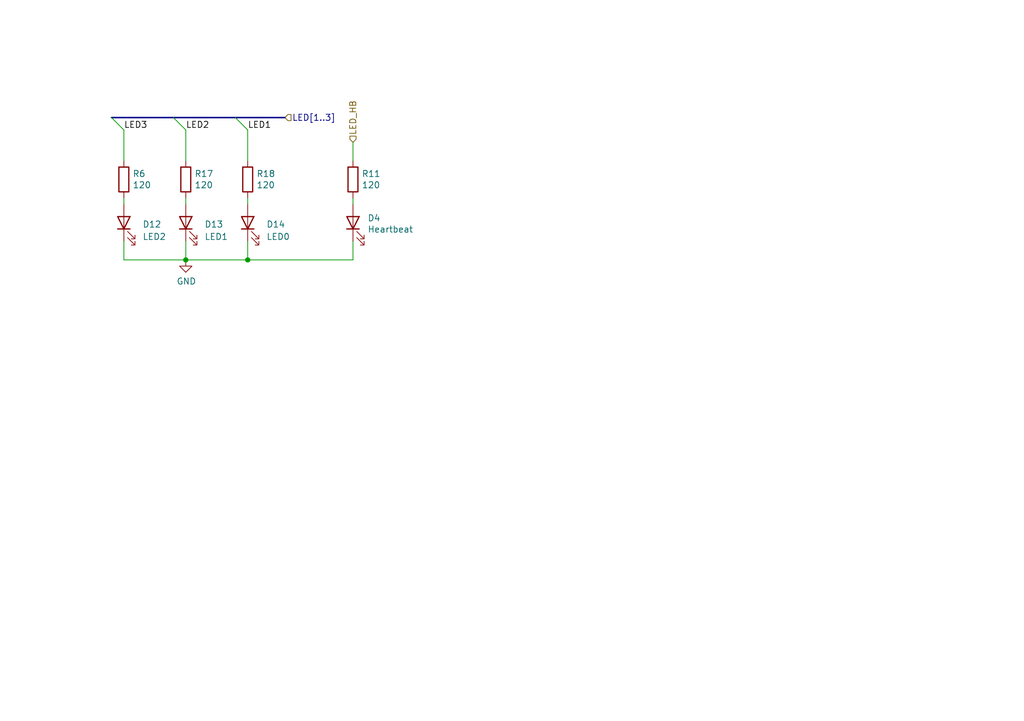
<source format=kicad_sch>
(kicad_sch (version 20250114) (generator "eeschema") (generator_version "9.0")
  (paper "A5")
  (title_block (title "LEDs"))
  (lib_symbols
    (symbol "Device:LED" (pin_numbers (hide yes)) (pin_names (offset 1.016) (hide yes))
      (property "Reference" "D" (at 0 2.54 0))
      (property "Value" "LED" (at 0 -2.54 0))
      (symbol "LED_0_1"
        (polyline (pts (xy -3.048 -0.762) (xy -4.572 -2.286) (xy -3.81 -2.286) (xy -4.572 -2.286) (xy -4.572 -1.524)))
        (polyline (pts (xy -1.778 -0.762) (xy -3.302 -2.286) (xy -2.54 -2.286) (xy -3.302 -2.286) (xy -3.302 -1.524)))
        (polyline (pts (xy -1.27 0) (xy 1.27 0)))
        (polyline (pts (xy -1.27 -1.27) (xy -1.27 1.27)) (stroke (width 0.254)))
        (polyline (pts (xy 1.27 -1.27) (xy 1.27 1.27) (xy -1.27 0) (xy 1.27 -1.27)) (stroke (width 0.254)))
      )
      (symbol "LED_1_1"
        (pin passive line (at -3.81 0 0) (length 2.54) (name "K") (number "1"))
        (pin passive line (at 3.81 0 180) (length 2.54) (name "A") (number "2"))
      )
    )
    (symbol "Device:R" (pin_numbers (hide yes)) (pin_names (offset 0))
      (property "Reference" "R" (at 2.032 0 90))
      (property "Value" "R" (at 0 0 90))
      (symbol "R_0_1"
        (rectangle (start -1.016 -2.54) (end 1.016 2.54) (stroke (width 0.254)))
      )
      (symbol "R_1_1"
        (pin passive line (at 0 3.81 270) (length 1.27) (name "~") (number "1"))
        (pin passive line (at 0 -3.81 90) (length 1.27) (name "~") (number "2"))
      )
    )
    (symbol "LED_1" (pin_numbers (hide yes)) (pin_names (offset 1.016) (hide yes))
      (property "Reference" "D" (at 0 2.54 0))
      (property "Value" "LED" (at 0 -2.54 0))
      (symbol "LED_1_0_1"
        (polyline (pts (xy -3.048 -0.762) (xy -4.572 -2.286) (xy -3.81 -2.286) (xy -4.572 -2.286) (xy -4.572 -1.524)))
        (polyline (pts (xy -1.778 -0.762) (xy -3.302 -2.286) (xy -2.54 -2.286) (xy -3.302 -2.286) (xy -3.302 -1.524)))
        (polyline (pts (xy -1.27 0) (xy 1.27 0)))
        (polyline (pts (xy -1.27 -1.27) (xy -1.27 1.27)) (stroke (width 0.254)))
        (polyline (pts (xy 1.27 -1.27) (xy 1.27 1.27) (xy -1.27 0) (xy 1.27 -1.27)) (stroke (width 0.254)))
      )
      (symbol "LED_1_1_1"
        (pin passive line (at -3.81 0 0) (length 2.54) (name "K") (number "1"))
        (pin passive line (at 3.81 0 180) (length 2.54) (name "A") (number "2"))
      )
    )
    (symbol "LED_2" (pin_numbers (hide yes)) (pin_names (offset 1.016) (hide yes))
      (property "Reference" "D" (at 0 2.54 0))
      (property "Value" "LED" (at 0 -2.54 0))
      (symbol "LED_2_0_1"
        (polyline (pts (xy -3.048 -0.762) (xy -4.572 -2.286) (xy -3.81 -2.286) (xy -4.572 -2.286) (xy -4.572 -1.524)))
        (polyline (pts (xy -1.778 -0.762) (xy -3.302 -2.286) (xy -2.54 -2.286) (xy -3.302 -2.286) (xy -3.302 -1.524)))
        (polyline (pts (xy -1.27 0) (xy 1.27 0)))
        (polyline (pts (xy -1.27 -1.27) (xy -1.27 1.27)) (stroke (width 0.254)))
        (polyline (pts (xy 1.27 -1.27) (xy 1.27 1.27) (xy -1.27 0) (xy 1.27 -1.27)) (stroke (width 0.254)))
      )
      (symbol "LED_2_1_1"
        (pin passive line (at -3.81 0 0) (length 2.54) (name "K") (number "1"))
        (pin passive line (at 3.81 0 180) (length 2.54) (name "A") (number "2"))
      )
    )
    (symbol "LED_3" (pin_numbers (hide yes)) (pin_names (offset 1.016) (hide yes))
      (property "Reference" "D" (at 0 2.54 0))
      (property "Value" "LED" (at 0 -2.54 0))
      (symbol "LED_3_0_1"
        (polyline (pts (xy -3.048 -0.762) (xy -4.572 -2.286) (xy -3.81 -2.286) (xy -4.572 -2.286) (xy -4.572 -1.524)))
        (polyline (pts (xy -1.778 -0.762) (xy -3.302 -2.286) (xy -2.54 -2.286) (xy -3.302 -2.286) (xy -3.302 -1.524)))
        (polyline (pts (xy -1.27 0) (xy 1.27 0)))
        (polyline (pts (xy -1.27 -1.27) (xy -1.27 1.27)) (stroke (width 0.254)))
        (polyline (pts (xy 1.27 -1.27) (xy 1.27 1.27) (xy -1.27 0) (xy 1.27 -1.27)) (stroke (width 0.254)))
      )
      (symbol "LED_3_1_1"
        (pin passive line (at -3.81 0 0) (length 2.54) (name "K") (number "1"))
        (pin passive line (at 3.81 0 180) (length 2.54) (name "A") (number "2"))
      )
    )
    (symbol "power:GND" (power) (pin_numbers (hide yes)) (pin_names (offset 0) (hide yes))
      (property "Value" "GND" (at 0 -3.81 0))
      (symbol "GND_0_1"
        (polyline (pts (xy 0 0) (xy 0 -1.27) (xy 1.27 -1.27) (xy 0 -2.54) (xy -1.27 -1.27) (xy 0 -1.27)))
      )
      (symbol "GND_1_1"
        (pin power_in line (at 0 0 270) (length 0) (name "~") (number "1"))
      )
    )
  )
  (junction (at 38.1 53.34))
  (junction (at 50.8 53.34))
  (bus_entry (at 35.56 24.13) (size 2.54 2.54))
  (bus_entry (at 22.86 24.13) (size 2.54 2.54))
  (bus_entry (at 48.26 24.13) (size 2.54 2.54))
  (wire (pts (xy 38.1 49.53) (xy 38.1 53.34)))
  (wire (pts (xy 25.4 49.53) (xy 25.4 53.34)))
  (wire (pts (xy 72.39 53.34) (xy 50.8 53.34)))
  (wire (pts (xy 25.4 26.67) (xy 25.4 33.02)))
  (bus (pts (xy 35.56 24.13) (xy 48.26 24.13)))
  (wire (pts (xy 38.1 40.64) (xy 38.1 41.91)))
  (wire (pts (xy 72.39 49.53) (xy 72.39 53.34)))
  (wire (pts (xy 25.4 40.64) (xy 25.4 41.91)))
  (bus (pts (xy 22.86 24.13) (xy 35.56 24.13)))
  (wire (pts (xy 25.4 53.34) (xy 38.1 53.34)))
  (bus (pts (xy 48.26 24.13) (xy 58.42 24.13)))
  (wire (pts (xy 72.39 29.21) (xy 72.39 33.02)))
  (wire (pts (xy 72.39 40.64) (xy 72.39 41.91)))
  (wire (pts (xy 38.1 26.67) (xy 38.1 33.02)))
  (wire (pts (xy 50.8 40.64) (xy 50.8 41.91)))
  (wire (pts (xy 50.8 26.67) (xy 50.8 33.02)))
  (wire (pts (xy 50.8 53.34) (xy 38.1 53.34)))
  (wire (pts (xy 50.8 49.53) (xy 50.8 53.34)))
  (label "LED2" (at 38.1 26.67 0))
  (label "LED3" (at 25.4 26.67 0))
  (label "LED1" (at 50.8 26.67 0))
  (hierarchical_label "LED_HB" (shape input) (at 72.39 29.21 90))
  (hierarchical_label "LED[1..3]" (shape input) (at 58.42 24.13 0))
  (symbol (lib_id "Device:LED") (at 72.39 45.72 90) (unit 1)
    (property "Reference" "D4" (at 75.3618 44.7548 90) (effects (justify right)))
    (property "Value" "Heartbeat" (at 75.3618 47.0662 90) (effects (justify right)))
    (property "Footprint" "LED_SMD:LED_0603_1608Metric_Pad1.05x0.95mm_HandSolder" (effects (hide yes)))
    (property "Datasheet" "https://www.kingbrightusa.com/images/catalog/SPEC/APTD2012LVBC-D.pdf" (effects (hide yes)))
    (property "Description" "Light emitting diode" (effects (hide yes)))
    (property "P/N" "APTD2012LVBC/D" (effects (hide yes)))
    (property "Sim.Pins" "1=K 2=A" (effects (hide yes)))
    (instances (project "BPS-PeripheralSOM" (path "" (reference "D4") (unit 1))) (project "BPS-Leader" (path "" (reference "D6") (unit 1))))
  )
  (symbol (lib_id "Device:R") (at 50.8 36.83 0) (unit 1)
    (property "Reference" "R18" (at 52.578 35.6616 0) (effects (justify left)))
    (property "Value" "120" (at 52.578 37.973 0) (effects (justify left)))
    (property "Footprint" "Resistor_SMD:R_0603_1608Metric_Pad0.98x0.95mm_HandSolder" (effects (hide yes)))
    (property "Description" "Resistor" (effects (hide yes)))
    (property "P/N" "CRCW0603120RFKEC " (effects (hide yes)))
    (instances (project "BPS-PeripheralSOM" (path "" (reference "R18") (unit 1))) (project "BPS-Leader" (path "" (reference "R8") (unit 1))))
  )
  (symbol (lib_id "Device:R") (at 38.1 36.83 0) (unit 1)
    (property "Reference" "R17" (at 39.878 35.6616 0) (effects (justify left)))
    (property "Value" "120" (at 39.878 37.973 0) (effects (justify left)))
    (property "Footprint" "Resistor_SMD:R_0603_1608Metric_Pad0.98x0.95mm_HandSolder" (effects (hide yes)))
    (property "Description" "Resistor" (effects (hide yes)))
    (property "P/N" "CRCW0603120RFKEC " (effects (hide yes)))
    (instances (project "BPS-PeripheralSOM" (path "" (reference "R17") (unit 1))) (project "BPS-Leader" (path "" (reference "R8") (unit 1))))
  )
  (symbol (lib_id "power:GND") (at 38.1 53.34 0) (unit 1)
    (property "Reference" "#PWR040" (effects (hide yes)))
    (property "Value" "GND" (at 38.227 57.7342 0))
    (property "Description" "Power symbol creates a global label with name \"GND\" , ground" (effects (hide yes)))
    (instances (project "Telemetry-Primary" (path "" (reference "#PWR0125") (unit 1))) (project "BPS-PeripheralSOM" (path "" (reference "#PWR040") (unit 1))))
  )
  (symbol (lib_id "Device:R") (at 25.4 36.83 0) (unit 1)
    (property "Reference" "R6" (at 27.178 35.6616 0) (effects (justify left)))
    (property "Value" "120" (at 27.178 37.973 0) (effects (justify left)))
    (property "Footprint" "Resistor_SMD:R_0603_1608Metric_Pad0.98x0.95mm_HandSolder" (effects (hide yes)))
    (property "Description" "Resistor" (effects (hide yes)))
    (property "P/N" "CRCW0603120RFKEC " (effects (hide yes)))
    (instances (project "BPS-PeripheralSOM" (path "" (reference "R6") (unit 1))) (project "BPS-Leader" (path "" (reference "R8") (unit 1))))
  )
  (symbol (lib_id "Device:R") (at 72.39 36.83 0) (unit 1)
    (property "Reference" "R11" (at 74.168 35.6616 0) (effects (justify left)))
    (property "Value" "120" (at 74.168 37.973 0) (effects (justify left)))
    (property "Footprint" "Resistor_SMD:R_0603_1608Metric_Pad0.98x0.95mm_HandSolder" (effects (hide yes)))
    (property "Description" "Resistor" (effects (hide yes)))
    (property "P/N" "CRCW0603120RFKEC " (effects (hide yes)))
    (instances (project "BPS-PeripheralSOM" (path "" (reference "R11") (unit 1))) (project "BPS-Leader" (path "" (reference "R8") (unit 1))))
  )
  (symbol (lib_name "LED_2") (lib_id "Device:LED") (at 38.1 45.72 90) (unit 1)
    (property "Reference" "D13" (at 41.91 46.0374 90) (effects (justify right)))
    (property "Value" "LED1" (at 41.91 48.5774 90) (effects (justify right)))
    (property "Footprint" "LED_SMD:LED_0603_1608Metric_Pad1.05x0.95mm_HandSolder" (effects (hide yes)))
    (property "Datasheet" "https://www.kingbrightusa.com/images/catalog/SPEC/APTD2012LVBC-D.pdf" (effects (hide yes)))
    (property "Description" "Light emitting diode" (effects (hide yes)))
    (property "P/N" "APTD2012LVBC/D" (effects (hide yes)))
    (property "Sim.Pins" "1=K 2=A" (effects (hide yes)))
  )
  (symbol (lib_name "LED_3") (lib_id "Device:LED") (at 50.8 45.72 90) (unit 1)
    (property "Reference" "D14" (at 54.61 46.0374 90) (effects (justify right)))
    (property "Value" "LED0" (at 54.61 48.5774 90) (effects (justify right)))
    (property "Footprint" "LED_SMD:LED_0603_1608Metric_Pad1.05x0.95mm_HandSolder" (effects (hide yes)))
    (property "Datasheet" "https://www.kingbrightusa.com/images/catalog/SPEC/APTD2012LVBC-D.pdf" (effects (hide yes)))
    (property "Description" "Light emitting diode" (effects (hide yes)))
    (property "P/N" "APTD2012LVBC/D" (effects (hide yes)))
    (property "Sim.Pins" "1=K 2=A" (effects (hide yes)))
  )
  (symbol (lib_name "LED_1") (lib_id "Device:LED") (at 25.4 45.72 90) (unit 1)
    (property "Reference" "D12" (at 29.21 46.0374 90) (effects (justify right)))
    (property "Value" "LED2" (at 29.21 48.5774 90) (effects (justify right)))
    (property "Footprint" "LED_SMD:LED_0603_1608Metric_Pad1.05x0.95mm_HandSolder" (effects (hide yes)))
    (property "Datasheet" "https://www.kingbrightusa.com/images/catalog/SPEC/APTD2012LVBC-D.pdf" (effects (hide yes)))
    (property "Description" "Light emitting diode" (effects (hide yes)))
    (property "P/N" "APTD2012LVBC/D" (effects (hide yes)))
    (property "Sim.Pins" "1=K 2=A" (effects (hide yes)))
  )
)
</source>
